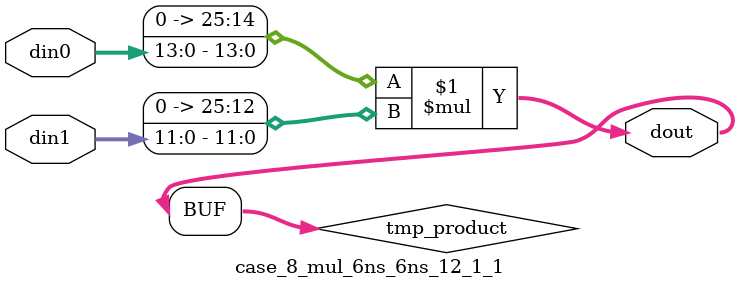
<source format=v>

`timescale 1 ns / 1 ps

 (* use_dsp = "no" *)  module case_8_mul_6ns_6ns_12_1_1(din0, din1, dout);
parameter ID = 1;
parameter NUM_STAGE = 0;
parameter din0_WIDTH = 14;
parameter din1_WIDTH = 12;
parameter dout_WIDTH = 26;

input [din0_WIDTH - 1 : 0] din0; 
input [din1_WIDTH - 1 : 0] din1; 
output [dout_WIDTH - 1 : 0] dout;

wire signed [dout_WIDTH - 1 : 0] tmp_product;
























assign tmp_product = $signed({1'b0, din0}) * $signed({1'b0, din1});











assign dout = tmp_product;





















endmodule

</source>
